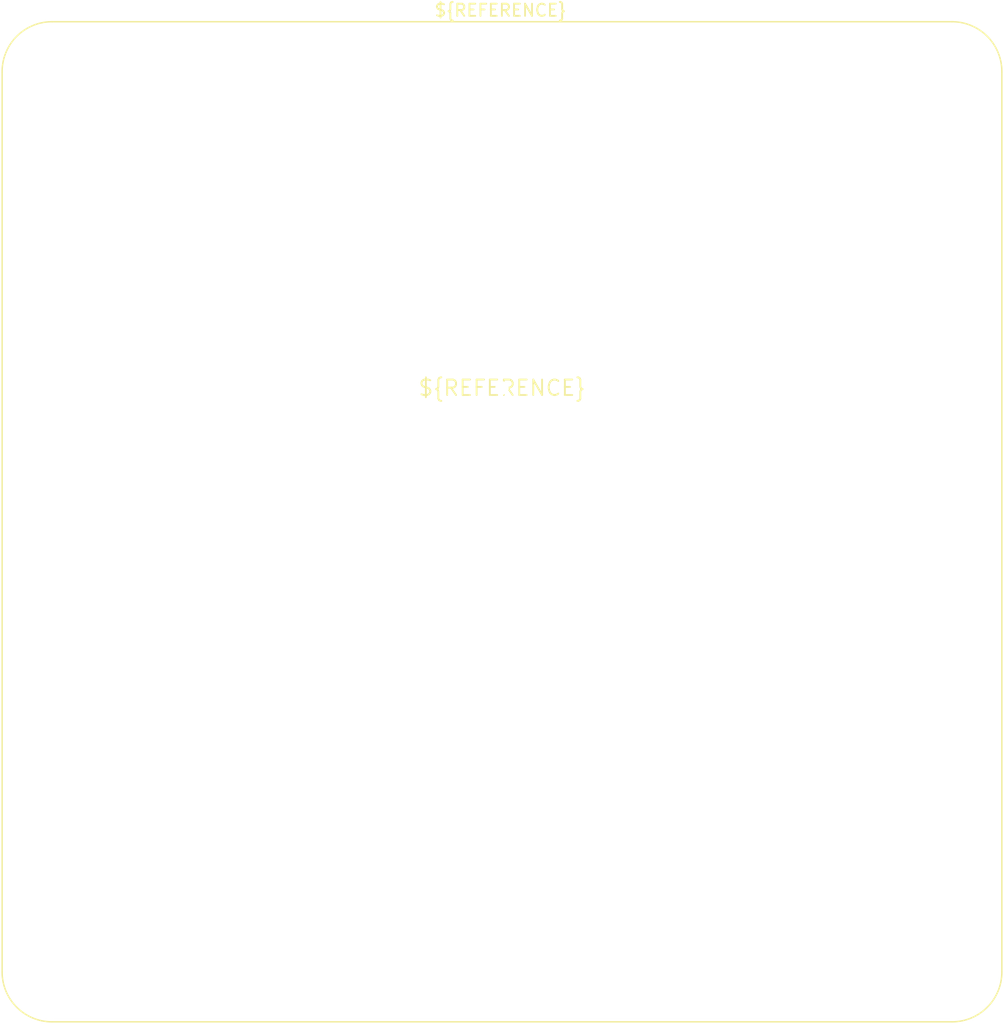
<source format=kicad_pcb>
(kicad_pcb (version 20240108) (generator pcbnew)
  (layers (0 "F.Cu" signal) (31 "B.Cu" signal) (34 "B.Paste" user) (35 "F.Paste" user) (36 "B.SilkS" user "B.Silkscreen") (37 "F.SilkS" user "F.Silkscreen") (38 "B.Mask" user) (39 "F.Mask" user) (44 "Edge.Cuts" user))
  (net 0 "")
  (footprint "Abracon_APAES868R8060C16-T" (layer "F.Cu") (at 0 0)
    (property "Reference" "${REFERENCE}")
    (property "Value" "Abracon_APAES868R8060C16-T")
    (fp_line (start -41.1 48) (end -41.1 -26) (layer "F.SilkS") (stroke (width 0.12)))
    (fp_line (start -37 -30.099999) (end 37 -30.099999) (layer "F.SilkS") (stroke (width 0.12)))
    (fp_line (start 37 52.1) (end -37 52.1) (layer "F.SilkS") (stroke (width 0.12)))
    (fp_line (start 41.099999 -26) (end 41.099999 48) (layer "F.SilkS") (stroke (width 0.12)))
    (fp_arc (start -41.1 -26) (mid -39.899138 -28.899138) (end -37 -30.1) (layer "F.SilkS") (stroke (width 0.12)))
    (fp_arc (start -37 52.1) (mid -39.899138 50.899138) (end -41.1 48) (layer "F.SilkS") (stroke (width 0.12)))
    (fp_arc (start 37 -30.1) (mid 39.899138 -28.899138) (end 41.1 -26) (layer "F.SilkS") (stroke (width 0.12)))
    (fp_arc (start 41.1 48) (mid 39.899138 50.899138) (end 37 52.1) (layer "F.SilkS") (stroke (width 0.12)))
    (fp_text user "${REFERENCE}" (at -0.127 -31.037 0) (layer "F.SilkS"))
    (pad "1" thru_hole roundrect (at 0 0) (size 1.7 1.7) (drill 1.1) (layers *.Cu *.Mask) (remove_unused_layers))
  )
)
</source>
